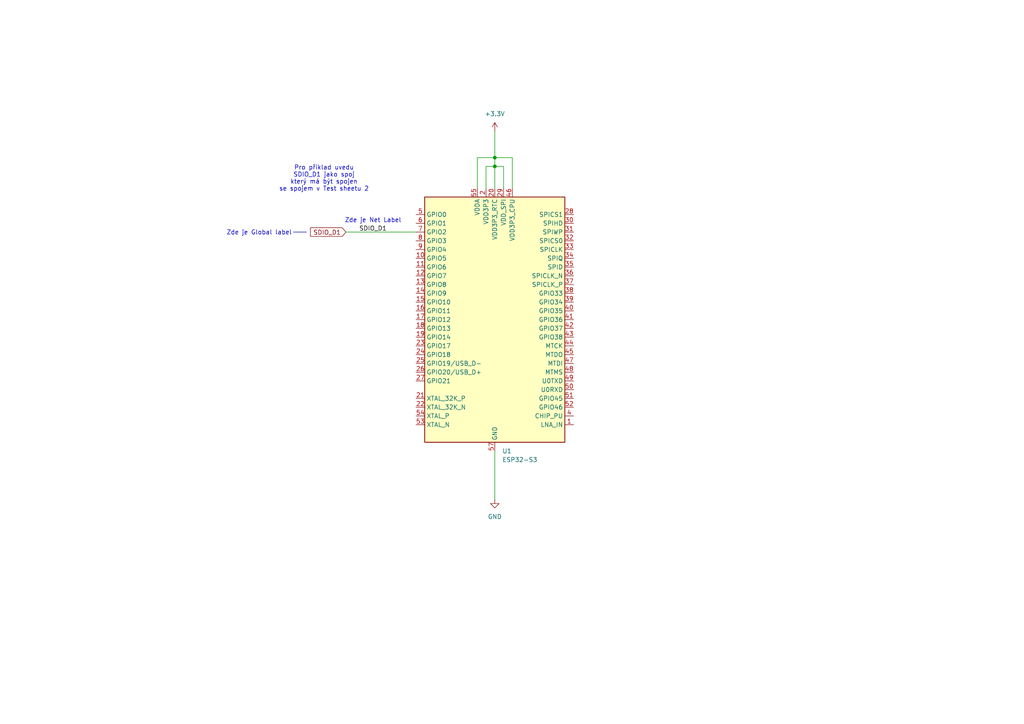
<source format=kicad_sch>
(kicad_sch (version 20250114) (generator "eeschema") (generator_version "9.0")
  (paper "A4")
  (lib_symbols
    (symbol "MCU_Espressif:ESP32-S3"
      (property "Reference" "U" (at 10.16 -38.1 0))
      (property "Value" "ESP32-S3" (at 13.97 -40.64 0))
      (symbol "ESP32-S3_0_1"
        (rectangle (start -20.32 35.56) (end 20.32 -35.56) (stroke (width 0.254)) (fill (type background)))
      )
      (symbol "ESP32-S3_1_0"
        (pin passive line (at -5.08 38.1 270) (length 2.54) (hide yes) (name "VDDA") (number "56"))
        (pin bidirectional line (at 22.86 12.7 180) (length 2.54) (name "SPICLK_N") (number "36"))
        (pin bidirectional line (at 22.86 -10.16 180) (length 2.54) (name "MTDO") (number "45"))
        (pin bidirectional line (at 22.86 -22.86 180) (length 2.54) (name "GPIO45") (number "51"))
      )
      (symbol "ESP32-S3_1_1"
        (pin bidirectional line (at -22.86 30.48 0) (length 2.54) (name "GPIO0") (number "5"))
        (pin bidirectional line (at -22.86 27.94 0) (length 2.54) (name "GPIO1") (number "6"))
        (pin bidirectional line (at -22.86 25.4 0) (length 2.54) (name "GPIO2") (number "7"))
        (pin bidirectional line (at -22.86 22.86 0) (length 2.54) (name "GPIO3") (number "8"))
        (pin bidirectional line (at -22.86 20.32 0) (length 2.54) (name "GPIO4") (number "9"))
        (pin bidirectional line (at -22.86 17.78 0) (length 2.54) (name "GPIO5") (number "10"))
        (pin bidirectional line (at -22.86 15.24 0) (length 2.54) (name "GPIO6") (number "11"))
        (pin bidirectional line (at -22.86 12.7 0) (length 2.54) (name "GPIO7") (number "12"))
        (pin bidirectional line (at -22.86 10.16 0) (length 2.54) (name "GPIO8") (number "13"))
        (pin bidirectional line (at -22.86 7.62 0) (length 2.54) (name "GPIO9") (number "14"))
        (pin bidirectional line (at -22.86 5.08 0) (length 2.54) (name "GPIO10") (number "15"))
        (pin bidirectional line (at -22.86 2.54 0) (length 2.54) (name "GPIO11") (number "16"))
        (pin bidirectional line (at -22.86 0 0) (length 2.54) (name "GPIO12") (number "17"))
        (pin bidirectional line (at -22.86 -2.54 0) (length 2.54) (name "GPIO13") (number "18"))
        (pin bidirectional line (at -22.86 -5.08 0) (length 2.54) (name "GPIO14") (number "19"))
        (pin bidirectional line (at -22.86 -7.62 0) (length 2.54) (name "GPIO17") (number "23"))
        (pin bidirectional line (at -22.86 -10.16 0) (length 2.54) (name "GPIO18") (number "24"))
        (pin bidirectional line (at -22.86 -12.7 0) (length 2.54) (name "GPIO19/USB_D-") (number "25"))
        (pin bidirectional line (at -22.86 -15.24 0) (length 2.54) (name "GPIO20/USB_D+") (number "26"))
        (pin bidirectional line (at -22.86 -17.78 0) (length 2.54) (name "GPIO21") (number "27"))
        (pin passive line (at -22.86 -22.86 0) (length 2.54) (name "XTAL_32K_P") (number "21"))
        (pin passive line (at -22.86 -25.4 0) (length 2.54) (name "XTAL_32K_N") (number "22"))
        (pin input line (at -22.86 -27.94 0) (length 2.54) (name "XTAL_P") (number "54"))
        (pin output line (at -22.86 -30.48 0) (length 2.54) (name "XTAL_N") (number "53"))
        (pin power_in line (at -5.08 38.1 270) (length 2.54) (name "VDDA") (number "55"))
        (pin power_in line (at -2.54 38.1 270) (length 2.54) (name "VDD3P3") (number "2"))
        (pin passive line (at -2.54 38.1 270) (length 2.54) (hide yes) (name "VDD3P3") (number "3"))
        (pin power_in line (at 0 38.1 270) (length 2.54) (name "VDD3P3_RTC") (number "20"))
        (pin power_in line (at 0 -38.1 90) (length 2.54) (name "GND") (number "57"))
        (pin power_in line (at 2.54 38.1 270) (length 2.54) (name "VDD_SPI") (number "29"))
        (pin power_in line (at 5.08 38.1 270) (length 2.54) (name "VDD3P3_CPU") (number "46"))
        (pin bidirectional line (at 22.86 30.48 180) (length 2.54) (name "SPICS1") (number "28"))
        (pin bidirectional line (at 22.86 27.94 180) (length 2.54) (name "SPIHD") (number "30"))
        (pin bidirectional line (at 22.86 25.4 180) (length 2.54) (name "SPIWP") (number "31"))
        (pin bidirectional line (at 22.86 22.86 180) (length 2.54) (name "SPICS0") (number "32"))
        (pin bidirectional line (at 22.86 20.32 180) (length 2.54) (name "SPICLK") (number "33"))
        (pin bidirectional line (at 22.86 17.78 180) (length 2.54) (name "SPIQ") (number "34"))
        (pin bidirectional line (at 22.86 15.24 180) (length 2.54) (name "SPID") (number "35"))
        (pin bidirectional line (at 22.86 10.16 180) (length 2.54) (name "SPICLK_P") (number "37"))
        (pin bidirectional line (at 22.86 7.62 180) (length 2.54) (name "GPIO33") (number "38"))
        (pin bidirectional line (at 22.86 5.08 180) (length 2.54) (name "GPIO34") (number "39"))
        (pin bidirectional line (at 22.86 2.54 180) (length 2.54) (name "GPIO35") (number "40"))
        (pin bidirectional line (at 22.86 0 180) (length 2.54) (name "GPIO36") (number "41"))
        (pin bidirectional line (at 22.86 -2.54 180) (length 2.54) (name "GPIO37") (number "42"))
        (pin bidirectional line (at 22.86 -5.08 180) (length 2.54) (name "GPIO38") (number "43"))
        (pin bidirectional line (at 22.86 -7.62 180) (length 2.54) (name "MTCK") (number "44"))
        (pin bidirectional line (at 22.86 -12.7 180) (length 2.54) (name "MTDI") (number "47"))
        (pin bidirectional line (at 22.86 -15.24 180) (length 2.54) (name "MTMS") (number "48"))
        (pin bidirectional line (at 22.86 -17.78 180) (length 2.54) (name "U0TXD") (number "49"))
        (pin bidirectional line (at 22.86 -20.32 180) (length 2.54) (name "U0RXD") (number "50"))
        (pin bidirectional line (at 22.86 -25.4 180) (length 2.54) (name "GPIO46") (number "52"))
        (pin input line (at 22.86 -27.94 180) (length 2.54) (name "CHIP_PU") (number "4"))
        (pin bidirectional line (at 22.86 -30.48 180) (length 2.54) (name "LNA_IN") (number "1"))
      )
    )
    (symbol "power:+3.3V" (power) (pin_numbers (hide yes)) (pin_names (offset 0) (hide yes))
      (property "Value" "+3.3V" (at 0 3.556 0))
      (symbol "+3.3V_0_1"
        (polyline (pts (xy -0.762 1.27) (xy 0 2.54)))
        (polyline (pts (xy 0 2.54) (xy 0.762 1.27)))
        (polyline (pts (xy 0 0) (xy 0 2.54)))
      )
      (symbol "+3.3V_1_1"
        (pin power_in line (at 0 0 90) (length 0) (name "~") (number "1"))
      )
    )
    (symbol "power:GND" (power) (pin_numbers (hide yes)) (pin_names (offset 0) (hide yes))
      (property "Value" "GND" (at 0 -3.81 0))
      (symbol "GND_0_1"
        (polyline (pts (xy 0 0) (xy 0 -1.27) (xy 1.27 -1.27) (xy 0 -2.54) (xy -1.27 -1.27) (xy 0 -1.27)))
      )
      (symbol "GND_1_1"
        (pin power_in line (at 0 0 270) (length 0) (name "~") (number "1"))
      )
    )
  )
  (text "Zde je Global label" (at 75.184 67.564 0) (effects (font (size 1.27 1.27))))
  (text "Pro příklad uvedu\nSDIO_D1 jako spoj\nkterý má být spojen\nse spojem v Test sheetu 2" (at 93.98 51.816 0) (effects (font (size 1.27 1.27))))
  (text "Zde je Net Label" (at 108.204 64.008 0) (effects (font (size 1.27 1.27))))
  (junction (at 143.51 48.26))
  (junction (at 143.51 45.72))
  (wire (pts (xy 146.05 48.26) (xy 143.51 48.26)))
  (wire (pts (xy 138.43 54.61) (xy 138.43 45.72)))
  (wire (pts (xy 143.51 48.26) (xy 143.51 45.72)))
  (wire (pts (xy 100.33 67.31) (xy 120.65 67.31)))
  (wire (pts (xy 140.97 48.26) (xy 143.51 48.26)))
  (wire (pts (xy 140.97 54.61) (xy 140.97 48.26)))
  (wire (pts (xy 148.59 54.61) (xy 148.59 45.72)))
  (wire (pts (xy 143.51 45.72) (xy 143.51 38.1)))
  (wire (pts (xy 148.59 45.72) (xy 143.51 45.72)))
  (wire (pts (xy 138.43 45.72) (xy 143.51 45.72)))
  (wire (pts (xy 143.51 130.81) (xy 143.51 144.78)))
  (polyline (pts (xy 85.09 67.31) (xy 88.9 67.31)))
  (wire (pts (xy 146.05 54.61) (xy 146.05 48.26)))
  (wire (pts (xy 143.51 48.26) (xy 143.51 54.61)))
  (label "SDIO_D1" (at 104.14 67.31 0))
  (global_label "SDIO_D1" (shape input) (at 100.33 67.31 180) (property "Intersheetrefs" "${INTERSHEET_REFS}" (effects (hide yes))))
  (symbol (lib_id "power:+3.3V") (at 143.51 38.1 0) (unit 1)
    (property "Reference" "#PWR02" (effects (hide yes)))
    (property "Value" "+3.3V" (at 143.51 33.02 0))
    (property "Description" "Power symbol creates a global label with name \"+3.3V\"" (effects (hide yes)))
  )
  (symbol (lib_id "power:GND") (at 143.51 144.78 0) (unit 1)
    (property "Reference" "#PWR01" (effects (hide yes)))
    (property "Value" "GND" (at 143.51 149.86 0))
    (property "Description" "Power symbol creates a global label with name \"GND\" , ground" (effects (hide yes)))
  )
  (symbol (lib_id "MCU_Espressif:ESP32-S3") (at 143.51 92.71 0) (unit 1)
    (property "Reference" "U1" (at 145.6533 130.81 0) (effects (justify left)))
    (property "Value" "ESP32-S3" (at 145.6533 133.35 0) (effects (justify left)))
    (property "Footprint" "Package_DFN_QFN:QFN-56-1EP_7x7mm_P0.4mm_EP4x4mm" (effects (hide yes)))
    (property "Datasheet" "https://www.espressif.com/sites/default/files/documentation/esp32-s3_datasheet_en.pdf" (effects (hide yes)))
    (property "Description" "Microcontroller, Wi-Fi 802.11b/g/n, Bluetooth, 32bit" (effects (hide yes)))
  )
)
</source>
